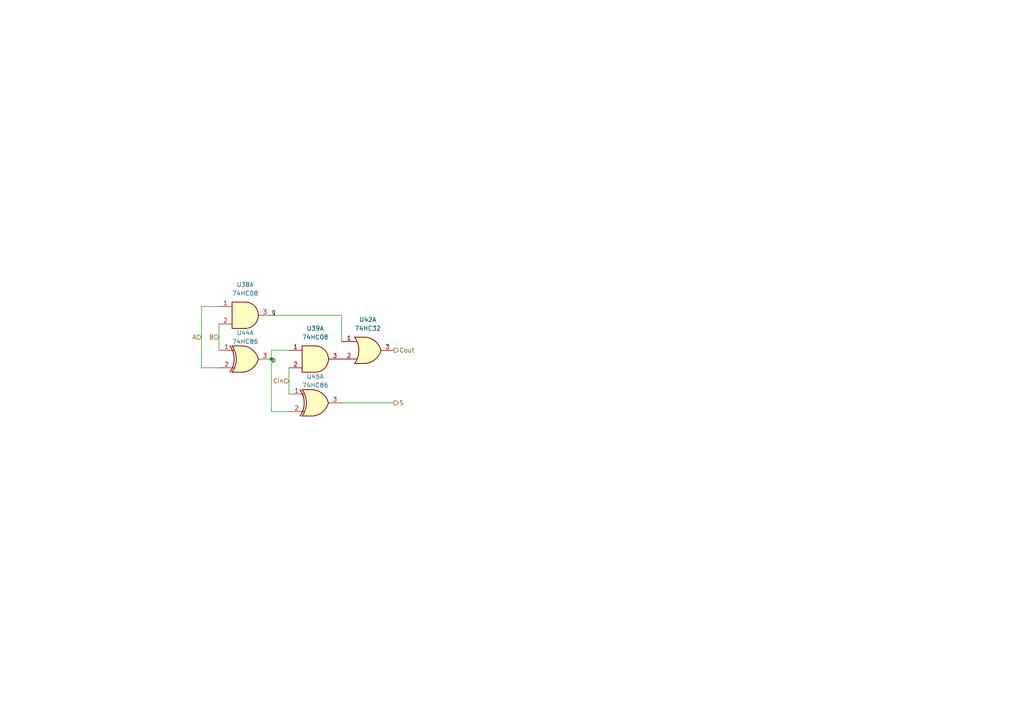
<source format=kicad_sch>
(kicad_sch (version 20230121) (generator eeschema)

  (uuid 021c2041-d9c9-42c3-afd1-6eb6e54bf9bc)

  (paper "A4")

  (lib_symbols
    (symbol "74xx:74HC86" (pin_names (offset 1.016)) (in_bom yes) (on_board yes)
      (property "Reference" "U" (at 0 1.27 0)
        (effects (font (size 1.27 1.27)))
      )
      (property "Value" "74HC86" (at 0 -1.27 0)
        (effects (font (size 1.27 1.27)))
      )
      (property "Footprint" "" (at 0 0 0)
        (effects (font (size 1.27 1.27)) hide)
      )
      (property "Datasheet" "http://www.ti.com/lit/gpn/sn74HC86" (at 0 0 0)
        (effects (font (size 1.27 1.27)) hide)
      )
      (property "ki_locked" "" (at 0 0 0)
        (effects (font (size 1.27 1.27)))
      )
      (property "ki_keywords" "TTL XOR2" (at 0 0 0)
        (effects (font (size 1.27 1.27)) hide)
      )
      (property "ki_description" "Quad 2-input XOR" (at 0 0 0)
        (effects (font (size 1.27 1.27)) hide)
      )
      (property "ki_fp_filters" "DIP*W7.62mm*" (at 0 0 0)
        (effects (font (size 1.27 1.27)) hide)
      )
      (symbol "74HC86_1_0"
        (arc (start -4.4196 -3.81) (mid -3.2033 0) (end -4.4196 3.81)
          (stroke (width 0.254) (type default))
          (fill (type none))
        )
        (arc (start -3.81 -3.81) (mid -2.589 0) (end -3.81 3.81)
          (stroke (width 0.254) (type default))
          (fill (type none))
        )
        (arc (start -0.6096 -3.81) (mid 2.1842 -2.5851) (end 3.81 0)
          (stroke (width 0.254) (type default))
          (fill (type background))
        )
        (polyline
          (pts
            (xy -3.81 -3.81)
            (xy -0.635 -3.81)
          )
          (stroke (width 0.254) (type default))
          (fill (type background))
        )
        (polyline
          (pts
            (xy -3.81 3.81)
            (xy -0.635 3.81)
          )
          (stroke (width 0.254) (type default))
          (fill (type background))
        )
        (polyline
          (pts
            (xy -0.635 3.81)
            (xy -3.81 3.81)
            (xy -3.81 3.81)
            (xy -3.556 3.4036)
            (xy -3.0226 2.2606)
            (xy -2.6924 1.0414)
            (xy -2.6162 -0.254)
            (xy -2.7686 -1.4986)
            (xy -3.175 -2.7178)
            (xy -3.81 -3.81)
            (xy -3.81 -3.81)
            (xy -0.635 -3.81)
          )
          (stroke (width -25.4) (type default))
          (fill (type background))
        )
        (arc (start 3.81 0) (mid 2.1915 2.5936) (end -0.6096 3.81)
          (stroke (width 0.254) (type default))
          (fill (type background))
        )
        (pin input line (at -7.62 2.54 0) (length 4.445)
          (name "~" (effects (font (size 1.27 1.27))))
          (number "1" (effects (font (size 1.27 1.27))))
        )
        (pin input line (at -7.62 -2.54 0) (length 4.445)
          (name "~" (effects (font (size 1.27 1.27))))
          (number "2" (effects (font (size 1.27 1.27))))
        )
        (pin output line (at 7.62 0 180) (length 3.81)
          (name "~" (effects (font (size 1.27 1.27))))
          (number "3" (effects (font (size 1.27 1.27))))
        )
      )
      (symbol "74HC86_1_1"
        (polyline
          (pts
            (xy -3.81 -2.54)
            (xy -3.175 -2.54)
          )
          (stroke (width 0.1524) (type default))
          (fill (type none))
        )
        (polyline
          (pts
            (xy -3.81 2.54)
            (xy -3.175 2.54)
          )
          (stroke (width 0.1524) (type default))
          (fill (type none))
        )
      )
      (symbol "74HC86_2_0"
        (arc (start -4.4196 -3.81) (mid -3.2033 0) (end -4.4196 3.81)
          (stroke (width 0.254) (type default))
          (fill (type none))
        )
        (arc (start -3.81 -3.81) (mid -2.589 0) (end -3.81 3.81)
          (stroke (width 0.254) (type default))
          (fill (type none))
        )
        (arc (start -0.6096 -3.81) (mid 2.1842 -2.5851) (end 3.81 0)
          (stroke (width 0.254) (type default))
          (fill (type background))
        )
        (polyline
          (pts
            (xy -3.81 -3.81)
            (xy -0.635 -3.81)
          )
          (stroke (width 0.254) (type default))
          (fill (type background))
        )
        (polyline
          (pts
            (xy -3.81 3.81)
            (xy -0.635 3.81)
          )
          (stroke (width 0.254) (type default))
          (fill (type background))
        )
        (polyline
          (pts
            (xy -0.635 3.81)
            (xy -3.81 3.81)
            (xy -3.81 3.81)
            (xy -3.556 3.4036)
            (xy -3.0226 2.2606)
            (xy -2.6924 1.0414)
            (xy -2.6162 -0.254)
            (xy -2.7686 -1.4986)
            (xy -3.175 -2.7178)
            (xy -3.81 -3.81)
            (xy -3.81 -3.81)
            (xy -0.635 -3.81)
          )
          (stroke (width -25.4) (type default))
          (fill (type background))
        )
        (arc (start 3.81 0) (mid 2.1915 2.5936) (end -0.6096 3.81)
          (stroke (width 0.254) (type default))
          (fill (type background))
        )
        (pin input line (at -7.62 2.54 0) (length 4.445)
          (name "~" (effects (font (size 1.27 1.27))))
          (number "4" (effects (font (size 1.27 1.27))))
        )
        (pin input line (at -7.62 -2.54 0) (length 4.445)
          (name "~" (effects (font (size 1.27 1.27))))
          (number "5" (effects (font (size 1.27 1.27))))
        )
        (pin output line (at 7.62 0 180) (length 3.81)
          (name "~" (effects (font (size 1.27 1.27))))
          (number "6" (effects (font (size 1.27 1.27))))
        )
      )
      (symbol "74HC86_2_1"
        (polyline
          (pts
            (xy -3.81 -2.54)
            (xy -3.175 -2.54)
          )
          (stroke (width 0.1524) (type default))
          (fill (type none))
        )
        (polyline
          (pts
            (xy -3.81 2.54)
            (xy -3.175 2.54)
          )
          (stroke (width 0.1524) (type default))
          (fill (type none))
        )
      )
      (symbol "74HC86_3_0"
        (arc (start -4.4196 -3.81) (mid -3.2033 0) (end -4.4196 3.81)
          (stroke (width 0.254) (type default))
          (fill (type none))
        )
        (arc (start -3.81 -3.81) (mid -2.589 0) (end -3.81 3.81)
          (stroke (width 0.254) (type default))
          (fill (type none))
        )
        (arc (start -0.6096 -3.81) (mid 2.1842 -2.5851) (end 3.81 0)
          (stroke (width 0.254) (type default))
          (fill (type background))
        )
        (polyline
          (pts
            (xy -3.81 -3.81)
            (xy -0.635 -3.81)
          )
          (stroke (width 0.254) (type default))
          (fill (type background))
        )
        (polyline
          (pts
            (xy -3.81 3.81)
            (xy -0.635 3.81)
          )
          (stroke (width 0.254) (type default))
          (fill (type background))
        )
        (polyline
          (pts
            (xy -0.635 3.81)
            (xy -3.81 3.81)
            (xy -3.81 3.81)
            (xy -3.556 3.4036)
            (xy -3.0226 2.2606)
            (xy -2.6924 1.0414)
            (xy -2.6162 -0.254)
            (xy -2.7686 -1.4986)
            (xy -3.175 -2.7178)
            (xy -3.81 -3.81)
            (xy -3.81 -3.81)
            (xy -0.635 -3.81)
          )
          (stroke (width -25.4) (type default))
          (fill (type background))
        )
        (arc (start 3.81 0) (mid 2.1915 2.5936) (end -0.6096 3.81)
          (stroke (width 0.254) (type default))
          (fill (type background))
        )
        (pin input line (at -7.62 -2.54 0) (length 4.445)
          (name "~" (effects (font (size 1.27 1.27))))
          (number "10" (effects (font (size 1.27 1.27))))
        )
        (pin output line (at 7.62 0 180) (length 3.81)
          (name "~" (effects (font (size 1.27 1.27))))
          (number "8" (effects (font (size 1.27 1.27))))
        )
        (pin input line (at -7.62 2.54 0) (length 4.445)
          (name "~" (effects (font (size 1.27 1.27))))
          (number "9" (effects (font (size 1.27 1.27))))
        )
      )
      (symbol "74HC86_3_1"
        (polyline
          (pts
            (xy -3.81 -2.54)
            (xy -3.175 -2.54)
          )
          (stroke (width 0.1524) (type default))
          (fill (type none))
        )
        (polyline
          (pts
            (xy -3.81 2.54)
            (xy -3.175 2.54)
          )
          (stroke (width 0.1524) (type default))
          (fill (type none))
        )
      )
      (symbol "74HC86_4_0"
        (arc (start -4.4196 -3.81) (mid -3.2033 0) (end -4.4196 3.81)
          (stroke (width 0.254) (type default))
          (fill (type none))
        )
        (arc (start -3.81 -3.81) (mid -2.589 0) (end -3.81 3.81)
          (stroke (width 0.254) (type default))
          (fill (type none))
        )
        (arc (start -0.6096 -3.81) (mid 2.1842 -2.5851) (end 3.81 0)
          (stroke (width 0.254) (type default))
          (fill (type background))
        )
        (polyline
          (pts
            (xy -3.81 -3.81)
            (xy -0.635 -3.81)
          )
          (stroke (width 0.254) (type default))
          (fill (type background))
        )
        (polyline
          (pts
            (xy -3.81 3.81)
            (xy -0.635 3.81)
          )
          (stroke (width 0.254) (type default))
          (fill (type background))
        )
        (polyline
          (pts
            (xy -0.635 3.81)
            (xy -3.81 3.81)
            (xy -3.81 3.81)
            (xy -3.556 3.4036)
            (xy -3.0226 2.2606)
            (xy -2.6924 1.0414)
            (xy -2.6162 -0.254)
            (xy -2.7686 -1.4986)
            (xy -3.175 -2.7178)
            (xy -3.81 -3.81)
            (xy -3.81 -3.81)
            (xy -0.635 -3.81)
          )
          (stroke (width -25.4) (type default))
          (fill (type background))
        )
        (arc (start 3.81 0) (mid 2.1915 2.5936) (end -0.6096 3.81)
          (stroke (width 0.254) (type default))
          (fill (type background))
        )
        (pin output line (at 7.62 0 180) (length 3.81)
          (name "~" (effects (font (size 1.27 1.27))))
          (number "11" (effects (font (size 1.27 1.27))))
        )
        (pin input line (at -7.62 2.54 0) (length 4.445)
          (name "~" (effects (font (size 1.27 1.27))))
          (number "12" (effects (font (size 1.27 1.27))))
        )
        (pin input line (at -7.62 -2.54 0) (length 4.445)
          (name "~" (effects (font (size 1.27 1.27))))
          (number "13" (effects (font (size 1.27 1.27))))
        )
      )
      (symbol "74HC86_4_1"
        (polyline
          (pts
            (xy -3.81 -2.54)
            (xy -3.175 -2.54)
          )
          (stroke (width 0.1524) (type default))
          (fill (type none))
        )
        (polyline
          (pts
            (xy -3.81 2.54)
            (xy -3.175 2.54)
          )
          (stroke (width 0.1524) (type default))
          (fill (type none))
        )
      )
      (symbol "74HC86_5_0"
        (pin power_in line (at 0 12.7 270) (length 5.08)
          (name "VCC" (effects (font (size 1.27 1.27))))
          (number "14" (effects (font (size 1.27 1.27))))
        )
        (pin power_in line (at 0 -12.7 90) (length 5.08)
          (name "GND" (effects (font (size 1.27 1.27))))
          (number "7" (effects (font (size 1.27 1.27))))
        )
      )
      (symbol "74HC86_5_1"
        (rectangle (start -5.08 7.62) (end 5.08 -7.62)
          (stroke (width 0.254) (type default))
          (fill (type background))
        )
      )
    )
    (symbol "Personal_Library:74HC08" (pin_names (offset 1.016)) (in_bom yes) (on_board yes)
      (property "Reference" "U" (at 0 1.27 0)
        (effects (font (size 1.27 1.27)))
      )
      (property "Value" "74HC08" (at 0 -1.27 0)
        (effects (font (size 1.27 1.27)))
      )
      (property "Footprint" "Package_DIP:DIP-14_W7.62mm_Socket" (at 0 -5.08 0)
        (effects (font (size 1.27 1.27)) hide)
      )
      (property "Datasheet" "https://www.ti.com/lit/ds/symlink/sn74hc08.pdf?ts=1696854162712" (at 0 -6.35 0)
        (effects (font (size 1.27 1.27)) hide)
      )
      (property "ki_locked" "" (at 0 0 0)
        (effects (font (size 1.27 1.27)))
      )
      (symbol "74HC08_1_1"
        (arc (start 0 -3.81) (mid 3.7934 0) (end 0 3.81)
          (stroke (width 0.254) (type default))
          (fill (type background))
        )
        (polyline
          (pts
            (xy 0 3.81)
            (xy -3.81 3.81)
            (xy -3.81 -3.81)
            (xy 0 -3.81)
          )
          (stroke (width 0.254) (type default))
          (fill (type background))
        )
        (pin input line (at -7.62 2.54 0) (length 3.81)
          (name "~" (effects (font (size 1.27 1.27))))
          (number "1" (effects (font (size 1.27 1.27))))
        )
        (pin input line (at -7.62 -2.54 0) (length 3.81)
          (name "~" (effects (font (size 1.27 1.27))))
          (number "2" (effects (font (size 1.27 1.27))))
        )
        (pin output line (at 7.62 0 180) (length 3.81)
          (name "~" (effects (font (size 1.27 1.27))))
          (number "3" (effects (font (size 1.27 1.27))))
        )
      )
      (symbol "74HC08_2_1"
        (arc (start 0 -3.81) (mid 3.7934 0) (end 0 3.81)
          (stroke (width 0.254) (type default))
          (fill (type background))
        )
        (polyline
          (pts
            (xy 0 3.81)
            (xy -3.81 3.81)
            (xy -3.81 -3.81)
            (xy 0 -3.81)
          )
          (stroke (width 0.254) (type default))
          (fill (type background))
        )
        (pin input line (at -7.62 2.54 0) (length 3.81)
          (name "~" (effects (font (size 1.27 1.27))))
          (number "4" (effects (font (size 1.27 1.27))))
        )
        (pin input line (at -7.62 -2.54 0) (length 3.81)
          (name "~" (effects (font (size 1.27 1.27))))
          (number "5" (effects (font (size 1.27 1.27))))
        )
        (pin output line (at 7.62 0 180) (length 3.81)
          (name "~" (effects (font (size 1.27 1.27))))
          (number "6" (effects (font (size 1.27 1.27))))
        )
      )
      (symbol "74HC08_3_1"
        (arc (start 0 -3.81) (mid 3.7934 0) (end 0 3.81)
          (stroke (width 0.254) (type default))
          (fill (type background))
        )
        (polyline
          (pts
            (xy 0 3.81)
            (xy -3.81 3.81)
            (xy -3.81 -3.81)
            (xy 0 -3.81)
          )
          (stroke (width 0.254) (type default))
          (fill (type background))
        )
        (pin output line (at 7.62 0 180) (length 3.81)
          (name "~" (effects (font (size 1.27 1.27))))
          (number "11" (effects (font (size 1.27 1.27))))
        )
        (pin input line (at -7.62 2.54 0) (length 3.81)
          (name "~" (effects (font (size 1.27 1.27))))
          (number "12" (effects (font (size 1.27 1.27))))
        )
        (pin input line (at -7.62 -2.54 0) (length 3.81)
          (name "~" (effects (font (size 1.27 1.27))))
          (number "13" (effects (font (size 1.27 1.27))))
        )
      )
      (symbol "74HC08_4_1"
        (arc (start 0 -3.81) (mid 3.7934 0) (end 0 3.81)
          (stroke (width 0.254) (type default))
          (fill (type background))
        )
        (polyline
          (pts
            (xy 0 3.81)
            (xy -3.81 3.81)
            (xy -3.81 -3.81)
            (xy 0 -3.81)
          )
          (stroke (width 0.254) (type default))
          (fill (type background))
        )
        (pin input line (at -7.62 -2.54 0) (length 3.81)
          (name "~" (effects (font (size 1.27 1.27))))
          (number "10" (effects (font (size 1.27 1.27))))
        )
        (pin output line (at 7.62 0 180) (length 3.81)
          (name "~" (effects (font (size 1.27 1.27))))
          (number "8" (effects (font (size 1.27 1.27))))
        )
        (pin input line (at -7.62 2.54 0) (length 3.81)
          (name "~" (effects (font (size 1.27 1.27))))
          (number "9" (effects (font (size 1.27 1.27))))
        )
      )
      (symbol "74HC08_5_0"
        (pin power_in line (at 0 12.7 270) (length 5.08)
          (name "VCC" (effects (font (size 1.27 1.27))))
          (number "14" (effects (font (size 1.27 1.27))))
        )
        (pin power_in line (at 0 -12.7 90) (length 5.08)
          (name "GND" (effects (font (size 1.27 1.27))))
          (number "7" (effects (font (size 1.27 1.27))))
        )
      )
      (symbol "74HC08_5_1"
        (rectangle (start -5.08 7.62) (end 5.08 -7.62)
          (stroke (width 0.254) (type default))
          (fill (type background))
        )
      )
    )
    (symbol "Personal_Library:74HC32" (pin_names (offset 1.016)) (in_bom yes) (on_board yes)
      (property "Reference" "U" (at 0 1.27 0)
        (effects (font (size 1.27 1.27)))
      )
      (property "Value" "74HC32" (at 0 -1.27 0)
        (effects (font (size 1.27 1.27)))
      )
      (property "Footprint" "Package_DIP:DIP-14_W7.62mm_Socket" (at 0 -5.08 0)
        (effects (font (size 1.27 1.27)) hide)
      )
      (property "Datasheet" "https://www.ti.com/lit/ds/symlink/sn54hc32.pdf?ts=1696838908111" (at 0 -6.35 0)
        (effects (font (size 1.27 1.27)) hide)
      )
      (property "ki_locked" "" (at 0 0 0)
        (effects (font (size 1.27 1.27)))
      )
      (property "ki_keywords" "TTL Or2" (at 0 0 0)
        (effects (font (size 1.27 1.27)) hide)
      )
      (property "ki_description" "Quad 2-input OR" (at 0 0 0)
        (effects (font (size 1.27 1.27)) hide)
      )
      (property "ki_fp_filters" "DIP?14*" (at 0 0 0)
        (effects (font (size 1.27 1.27)) hide)
      )
      (symbol "74HC32_1_1"
        (arc (start -3.81 -3.81) (mid -2.589 0) (end -3.81 3.81)
          (stroke (width 0.254) (type default))
          (fill (type none))
        )
        (arc (start -0.6096 -3.81) (mid 2.1842 -2.5851) (end 3.81 0)
          (stroke (width 0.254) (type default))
          (fill (type background))
        )
        (polyline
          (pts
            (xy -3.81 -3.81)
            (xy -0.635 -3.81)
          )
          (stroke (width 0.254) (type default))
          (fill (type background))
        )
        (polyline
          (pts
            (xy -3.81 3.81)
            (xy -0.635 3.81)
          )
          (stroke (width 0.254) (type default))
          (fill (type background))
        )
        (polyline
          (pts
            (xy -0.635 3.81)
            (xy -3.81 3.81)
            (xy -3.81 3.81)
            (xy -3.556 3.4036)
            (xy -3.0226 2.2606)
            (xy -2.6924 1.0414)
            (xy -2.6162 -0.254)
            (xy -2.7686 -1.4986)
            (xy -3.175 -2.7178)
            (xy -3.81 -3.81)
            (xy -3.81 -3.81)
            (xy -0.635 -3.81)
          )
          (stroke (width -25.4) (type default))
          (fill (type background))
        )
        (arc (start 3.81 0) (mid 2.1915 2.5936) (end -0.6096 3.81)
          (stroke (width 0.254) (type default))
          (fill (type background))
        )
        (pin input line (at -7.62 2.54 0) (length 4.318)
          (name "~" (effects (font (size 1.27 1.27))))
          (number "1" (effects (font (size 1.27 1.27))))
        )
        (pin input line (at -7.62 -2.54 0) (length 4.318)
          (name "~" (effects (font (size 1.27 1.27))))
          (number "2" (effects (font (size 1.27 1.27))))
        )
        (pin output line (at 7.62 0 180) (length 3.81)
          (name "~" (effects (font (size 1.27 1.27))))
          (number "3" (effects (font (size 1.27 1.27))))
        )
      )
      (symbol "74HC32_1_2"
        (arc (start 0 -3.81) (mid 3.7934 0) (end 0 3.81)
          (stroke (width 0.254) (type default))
          (fill (type background))
        )
        (polyline
          (pts
            (xy 0 3.81)
            (xy -3.81 3.81)
            (xy -3.81 -3.81)
            (xy 0 -3.81)
          )
          (stroke (width 0.254) (type default))
          (fill (type background))
        )
        (pin input inverted (at -7.62 2.54 0) (length 3.81)
          (name "~" (effects (font (size 1.27 1.27))))
          (number "1" (effects (font (size 1.27 1.27))))
        )
        (pin input inverted (at -7.62 -2.54 0) (length 3.81)
          (name "~" (effects (font (size 1.27 1.27))))
          (number "2" (effects (font (size 1.27 1.27))))
        )
        (pin output inverted (at 7.62 0 180) (length 3.81)
          (name "~" (effects (font (size 1.27 1.27))))
          (number "3" (effects (font (size 1.27 1.27))))
        )
      )
      (symbol "74HC32_2_1"
        (arc (start -3.81 -3.81) (mid -2.589 0) (end -3.81 3.81)
          (stroke (width 0.254) (type default))
          (fill (type none))
        )
        (arc (start -0.6096 -3.81) (mid 2.1842 -2.5851) (end 3.81 0)
          (stroke (width 0.254) (type default))
          (fill (type background))
        )
        (polyline
          (pts
            (xy -3.81 -3.81)
            (xy -0.635 -3.81)
          )
          (stroke (width 0.254) (type default))
          (fill (type background))
        )
        (polyline
          (pts
            (xy -3.81 3.81)
            (xy -0.635 3.81)
          )
          (stroke (width 0.254) (type default))
          (fill (type background))
        )
        (polyline
          (pts
            (xy -0.635 3.81)
            (xy -3.81 3.81)
            (xy -3.81 3.81)
            (xy -3.556 3.4036)
            (xy -3.0226 2.2606)
            (xy -2.6924 1.0414)
            (xy -2.6162 -0.254)
            (xy -2.7686 -1.4986)
            (xy -3.175 -2.7178)
            (xy -3.81 -3.81)
            (xy -3.81 -3.81)
            (xy -0.635 -3.81)
          )
          (stroke (width -25.4) (type default))
          (fill (type background))
        )
        (arc (start 3.81 0) (mid 2.1915 2.5936) (end -0.6096 3.81)
          (stroke (width 0.254) (type default))
          (fill (type background))
        )
        (pin input line (at -7.62 2.54 0) (length 4.318)
          (name "~" (effects (font (size 1.27 1.27))))
          (number "4" (effects (font (size 1.27 1.27))))
        )
        (pin input line (at -7.62 -2.54 0) (length 4.318)
          (name "~" (effects (font (size 1.27 1.27))))
          (number "5" (effects (font (size 1.27 1.27))))
        )
        (pin output line (at 7.62 0 180) (length 3.81)
          (name "~" (effects (font (size 1.27 1.27))))
          (number "6" (effects (font (size 1.27 1.27))))
        )
      )
      (symbol "74HC32_2_2"
        (arc (start 0 -3.81) (mid 3.7934 0) (end 0 3.81)
          (stroke (width 0.254) (type default))
          (fill (type background))
        )
        (polyline
          (pts
            (xy 0 3.81)
            (xy -3.81 3.81)
            (xy -3.81 -3.81)
            (xy 0 -3.81)
          )
          (stroke (width 0.254) (type default))
          (fill (type background))
        )
        (pin input inverted (at -7.62 2.54 0) (length 3.81)
          (name "~" (effects (font (size 1.27 1.27))))
          (number "4" (effects (font (size 1.27 1.27))))
        )
        (pin input inverted (at -7.62 -2.54 0) (length 3.81)
          (name "~" (effects (font (size 1.27 1.27))))
          (number "5" (effects (font (size 1.27 1.27))))
        )
        (pin output inverted (at 7.62 0 180) (length 3.81)
          (name "~" (effects (font (size 1.27 1.27))))
          (number "6" (effects (font (size 1.27 1.27))))
        )
      )
      (symbol "74HC32_3_1"
        (arc (start -3.81 -3.81) (mid -2.589 0) (end -3.81 3.81)
          (stroke (width 0.254) (type default))
          (fill (type none))
        )
        (arc (start -0.6096 -3.81) (mid 2.1842 -2.5851) (end 3.81 0)
          (stroke (width 0.254) (type default))
          (fill (type background))
        )
        (polyline
          (pts
            (xy -3.81 -3.81)
            (xy -0.635 -3.81)
          )
          (stroke (width 0.254) (type default))
          (fill (type background))
        )
        (polyline
          (pts
            (xy -3.81 3.81)
            (xy -0.635 3.81)
          )
          (stroke (width 0.254) (type default))
          (fill (type background))
        )
        (polyline
          (pts
            (xy -0.635 3.81)
            (xy -3.81 3.81)
            (xy -3.81 3.81)
            (xy -3.556 3.4036)
            (xy -3.0226 2.2606)
            (xy -2.6924 1.0414)
            (xy -2.6162 -0.254)
            (xy -2.7686 -1.4986)
            (xy -3.175 -2.7178)
            (xy -3.81 -3.81)
            (xy -3.81 -3.81)
            (xy -0.635 -3.81)
          )
          (stroke (width -25.4) (type default))
          (fill (type background))
        )
        (arc (start 3.81 0) (mid 2.1915 2.5936) (end -0.6096 3.81)
          (stroke (width 0.254) (type default))
          (fill (type background))
        )
        (pin input line (at -7.62 -2.54 0) (length 4.318)
          (name "~" (effects (font (size 1.27 1.27))))
          (number "10" (effects (font (size 1.27 1.27))))
        )
        (pin output line (at 7.62 0 180) (length 3.81)
          (name "~" (effects (font (size 1.27 1.27))))
          (number "8" (effects (font (size 1.27 1.27))))
        )
        (pin input line (at -7.62 2.54 0) (length 4.318)
          (name "~" (effects (font (size 1.27 1.27))))
          (number "9" (effects (font (size 1.27 1.27))))
        )
      )
      (symbol "74HC32_3_2"
        (arc (start 0 -3.81) (mid 3.7934 0) (end 0 3.81)
          (stroke (width 0.254) (type default))
          (fill (type background))
        )
        (polyline
          (pts
            (xy 0 3.81)
            (xy -3.81 3.81)
            (xy -3.81 -3.81)
            (xy 0 -3.81)
          )
          (stroke (width 0.254) (type default))
          (fill (type background))
        )
        (pin input inverted (at -7.62 -2.54 0) (length 3.81)
          (name "~" (effects (font (size 1.27 1.27))))
          (number "10" (effects (font (size 1.27 1.27))))
        )
        (pin output inverted (at 7.62 0 180) (length 3.81)
          (name "~" (effects (font (size 1.27 1.27))))
          (number "8" (effects (font (size 1.27 1.27))))
        )
        (pin input inverted (at -7.62 2.54 0) (length 3.81)
          (name "~" (effects (font (size 1.27 1.27))))
          (number "9" (effects (font (size 1.27 1.27))))
        )
      )
      (symbol "74HC32_4_1"
        (arc (start -3.81 -3.81) (mid -2.589 0) (end -3.81 3.81)
          (stroke (width 0.254) (type default))
          (fill (type none))
        )
        (arc (start -0.6096 -3.81) (mid 2.1842 -2.5851) (end 3.81 0)
          (stroke (width 0.254) (type default))
          (fill (type background))
        )
        (polyline
          (pts
            (xy -3.81 -3.81)
            (xy -0.635 -3.81)
          )
          (stroke (width 0.254) (type default))
          (fill (type background))
        )
        (polyline
          (pts
            (xy -3.81 3.81)
            (xy -0.635 3.81)
          )
          (stroke (width 0.254) (type default))
          (fill (type background))
        )
        (polyline
          (pts
            (xy -0.635 3.81)
            (xy -3.81 3.81)
            (xy -3.81 3.81)
            (xy -3.556 3.4036)
            (xy -3.0226 2.2606)
            (xy -2.6924 1.0414)
            (xy -2.6162 -0.254)
            (xy -2.7686 -1.4986)
            (xy -3.175 -2.7178)
            (xy -3.81 -3.81)
            (xy -3.81 -3.81)
            (xy -0.635 -3.81)
          )
          (stroke (width -25.4) (type default))
          (fill (type background))
        )
        (arc (start 3.81 0) (mid 2.1915 2.5936) (end -0.6096 3.81)
          (stroke (width 0.254) (type default))
          (fill (type background))
        )
        (pin output line (at 7.62 0 180) (length 3.81)
          (name "~" (effects (font (size 1.27 1.27))))
          (number "11" (effects (font (size 1.27 1.27))))
        )
        (pin input line (at -7.62 2.54 0) (length 4.318)
          (name "~" (effects (font (size 1.27 1.27))))
          (number "12" (effects (font (size 1.27 1.27))))
        )
        (pin input line (at -7.62 -2.54 0) (length 4.318)
          (name "~" (effects (font (size 1.27 1.27))))
          (number "13" (effects (font (size 1.27 1.27))))
        )
      )
      (symbol "74HC32_4_2"
        (arc (start 0 -3.81) (mid 3.7934 0) (end 0 3.81)
          (stroke (width 0.254) (type default))
          (fill (type background))
        )
        (polyline
          (pts
            (xy 0 3.81)
            (xy -3.81 3.81)
            (xy -3.81 -3.81)
            (xy 0 -3.81)
          )
          (stroke (width 0.254) (type default))
          (fill (type background))
        )
        (pin output inverted (at 7.62 0 180) (length 3.81)
          (name "~" (effects (font (size 1.27 1.27))))
          (number "11" (effects (font (size 1.27 1.27))))
        )
        (pin input inverted (at -7.62 2.54 0) (length 3.81)
          (name "~" (effects (font (size 1.27 1.27))))
          (number "12" (effects (font (size 1.27 1.27))))
        )
        (pin input inverted (at -7.62 -2.54 0) (length 3.81)
          (name "~" (effects (font (size 1.27 1.27))))
          (number "13" (effects (font (size 1.27 1.27))))
        )
      )
      (symbol "74HC32_5_0"
        (pin power_in line (at 0 12.7 270) (length 5.08)
          (name "VCC" (effects (font (size 1.27 1.27))))
          (number "14" (effects (font (size 1.27 1.27))))
        )
        (pin power_in line (at 0 -12.7 90) (length 5.08)
          (name "GND" (effects (font (size 1.27 1.27))))
          (number "7" (effects (font (size 1.27 1.27))))
        )
      )
      (symbol "74HC32_5_1"
        (rectangle (start -5.08 7.62) (end 5.08 -7.62)
          (stroke (width 0.254) (type default))
          (fill (type background))
        )
      )
    )
  )

  (junction (at 78.74 104.14) (diameter 0) (color 0 0 0 0)
    (uuid 9c97c7a9-70cf-4f27-b63b-474f295d3062)
  )

  (wire (pts (xy 58.42 88.9) (xy 63.5 88.9))
    (stroke (width 0) (type default))
    (uuid 3c1711d8-79c1-47bf-8e91-1ed6746542e1)
  )
  (wire (pts (xy 63.5 93.98) (xy 63.5 101.6))
    (stroke (width 0) (type default))
    (uuid 4c59ca74-b716-426c-8ab3-149a03605648)
  )
  (wire (pts (xy 99.06 116.84) (xy 114.3 116.84))
    (stroke (width 0) (type default))
    (uuid 6ee8fb1a-83a8-47e7-a50e-8539ff8d8fdc)
  )
  (wire (pts (xy 58.42 88.9) (xy 58.42 106.68))
    (stroke (width 0) (type default))
    (uuid 83d565d7-daef-4946-ad09-b3ef0fa233d2)
  )
  (wire (pts (xy 78.74 101.6) (xy 83.82 101.6))
    (stroke (width 0) (type default))
    (uuid 90881bce-6bd0-4976-969f-40d71e28d0a1)
  )
  (wire (pts (xy 99.06 91.44) (xy 99.06 99.06))
    (stroke (width 0) (type default))
    (uuid aadcf2a7-3e80-4710-9696-8f105c381f6e)
  )
  (wire (pts (xy 78.74 101.6) (xy 78.74 104.14))
    (stroke (width 0) (type default))
    (uuid bd683319-f726-4c17-835c-04a4d1d4d69f)
  )
  (wire (pts (xy 78.74 104.14) (xy 78.74 119.38))
    (stroke (width 0) (type default))
    (uuid d00d9f65-0744-46df-9c38-2b5e17223c6c)
  )
  (wire (pts (xy 78.74 119.38) (xy 83.82 119.38))
    (stroke (width 0) (type default))
    (uuid e2121a17-e3d6-43a9-86c5-edc9d5af4603)
  )
  (wire (pts (xy 78.74 91.44) (xy 99.06 91.44))
    (stroke (width 0) (type default))
    (uuid f3145753-d875-4b0b-9df2-05cd459c78ba)
  )
  (wire (pts (xy 63.5 106.68) (xy 58.42 106.68))
    (stroke (width 0) (type default))
    (uuid f6ae4a59-fc09-4d43-a70c-23a53b8b36da)
  )
  (wire (pts (xy 83.82 106.68) (xy 83.82 114.3))
    (stroke (width 0) (type default))
    (uuid f7ec0c23-e705-4027-9481-6c71beeb63aa)
  )

  (label "g" (at 78.74 91.44 0) (fields_autoplaced)
    (effects (font (size 1.27 1.27)) (justify left bottom))
    (uuid 6a9562d6-311b-4198-a84b-ce8a4db8e3a1)
  )
  (label "p" (at 78.74 105.41 0) (fields_autoplaced)
    (effects (font (size 1.27 1.27)) (justify left bottom))
    (uuid aaaaa490-f235-4b06-b8d3-34e0cb8cda80)
  )

  (hierarchical_label "A" (shape input) (at 58.42 97.79 180) (fields_autoplaced)
    (effects (font (size 1.27 1.27)) (justify right))
    (uuid 2823371f-1bc3-423f-b49c-84173c07e1b2)
  )
  (hierarchical_label "Cin" (shape input) (at 83.82 110.49 180) (fields_autoplaced)
    (effects (font (size 1.27 1.27)) (justify right))
    (uuid 2cdc2b7b-da91-48f9-845f-53829e0b1a79)
  )
  (hierarchical_label "Cout" (shape output) (at 114.3 101.6 0) (fields_autoplaced)
    (effects (font (size 1.27 1.27)) (justify left))
    (uuid 8167614b-a764-4824-90d1-b391e7777d08)
  )
  (hierarchical_label "B" (shape input) (at 63.5 97.79 180) (fields_autoplaced)
    (effects (font (size 1.27 1.27)) (justify right))
    (uuid 905900ef-6992-4a42-bf1c-b2d022169617)
  )
  (hierarchical_label "S" (shape output) (at 114.3 116.84 0) (fields_autoplaced)
    (effects (font (size 1.27 1.27)) (justify left))
    (uuid d98c2e02-a5c6-4240-a8f2-de406fc354eb)
  )

  (symbol (lib_id "Personal_Library:74HC08") (at 71.12 91.44 0) (unit 1)
    (in_bom yes) (on_board yes) (dnp no) (fields_autoplaced)
    (uuid 05bd11ca-07bc-4894-a39f-8cdbe6b016dd)
    (property "Reference" "U38" (at 71.1117 82.55 0)
      (effects (font (size 1.27 1.27)))
    )
    (property "Value" "74HC08" (at 71.1117 85.09 0)
      (effects (font (size 1.27 1.27)))
    )
    (property "Footprint" "Package_DIP:DIP-14_W7.62mm_Socket" (at 71.12 96.52 0)
      (effects (font (size 1.27 1.27)) hide)
    )
    (property "Datasheet" "https://www.ti.com/lit/ds/symlink/sn74hc08.pdf?ts=1696854162712" (at 71.12 97.79 0)
      (effects (font (size 1.27 1.27)) hide)
    )
    (pin "1" (uuid 9cb107d5-5e2a-4814-bf4f-4a31858646de))
    (pin "2" (uuid 0859af43-47f0-4090-8940-51944cf33e84))
    (pin "3" (uuid 840d0802-baae-4d66-8378-22f72c395322))
    (pin "4" (uuid 29e359d1-4550-4f3d-9a58-c90a636569b8))
    (pin "5" (uuid dd74286f-625d-4ba3-9036-d5609d2d39fc))
    (pin "6" (uuid c38a915b-f0f7-4946-a905-deea785ee3bb))
    (pin "11" (uuid b276c25c-6116-4704-902c-e0055318a305))
    (pin "12" (uuid da0f0db8-9cf4-4d87-90a9-d99501166a77))
    (pin "13" (uuid 92e93858-5850-46af-b02d-103f0491f233))
    (pin "10" (uuid 3d400065-73ba-4b60-b58b-b1385d80a725))
    (pin "8" (uuid 91675262-b10b-4bad-8491-3bf844cbc9bf))
    (pin "9" (uuid 494014f5-edb4-400e-9ecf-bf88019183b6))
    (pin "14" (uuid 48df2a86-cf42-4451-bbbb-d033e2d46441))
    (pin "7" (uuid 8190487b-7fd0-4e5b-a8b2-8bf4a4b12951))
    (instances
      (project "ALU"
        (path "/c7042fcd-0b8a-40b2-acdb-0a382389991a/daf132a1-6cb2-459f-bfbd-5005f2912cee/ed292d32-05c1-431b-a9de-097d6b4e95c5"
          (reference "U38") (unit 1)
        )
        (path "/c7042fcd-0b8a-40b2-acdb-0a382389991a/daf132a1-6cb2-459f-bfbd-5005f2912cee/ab79e553-0a51-4dd6-8daf-ec9c9da7795b"
          (reference "U38") (unit 4)
        )
        (path "/c7042fcd-0b8a-40b2-acdb-0a382389991a/daf132a1-6cb2-459f-bfbd-5005f2912cee/dee73c06-fc9e-422e-b25d-7c1b6035358d"
          (reference "U38") (unit 2)
        )
        (path "/c7042fcd-0b8a-40b2-acdb-0a382389991a/daf132a1-6cb2-459f-bfbd-5005f2912cee/58793670-cf5b-4e76-8b85-d4ab84a37a28"
          (reference "U38") (unit 3)
        )
        (path "/c7042fcd-0b8a-40b2-acdb-0a382389991a/daf132a1-6cb2-459f-bfbd-5005f2912cee/d1e522fe-b06f-4f0d-8ee3-76cdc133692a"
          (reference "U41") (unit 4)
        )
        (path "/c7042fcd-0b8a-40b2-acdb-0a382389991a/daf132a1-6cb2-459f-bfbd-5005f2912cee/6162d690-d8d1-4500-b33a-644419683e69"
          (reference "U41") (unit 2)
        )
        (path "/c7042fcd-0b8a-40b2-acdb-0a382389991a/daf132a1-6cb2-459f-bfbd-5005f2912cee/56f71c6c-2890-4bd3-97bc-9fe60e8f17fa"
          (reference "U41") (unit 1)
        )
        (path "/c7042fcd-0b8a-40b2-acdb-0a382389991a/daf132a1-6cb2-459f-bfbd-5005f2912cee/21b64040-bfaf-43d5-a9b9-130029d5b20e"
          (reference "U41") (unit 3)
        )
      )
    )
  )

  (symbol (lib_id "Personal_Library:74HC32") (at 106.68 101.6 0) (unit 1)
    (in_bom yes) (on_board yes) (dnp no) (fields_autoplaced)
    (uuid 224febb7-97a4-41e2-a604-a051a59542e8)
    (property "Reference" "U42" (at 106.68 92.71 0)
      (effects (font (size 1.27 1.27)))
    )
    (property "Value" "74HC32" (at 106.68 95.25 0)
      (effects (font (size 1.27 1.27)))
    )
    (property "Footprint" "Package_DIP:DIP-14_W7.62mm_Socket" (at 106.68 106.68 0)
      (effects (font (size 1.27 1.27)) hide)
    )
    (property "Datasheet" "https://www.ti.com/lit/ds/symlink/sn54hc32.pdf?ts=1696838908111" (at 106.68 107.95 0)
      (effects (font (size 1.27 1.27)) hide)
    )
    (pin "1" (uuid 3521ecd9-c92a-4c96-84b8-b3277ecefe21))
    (pin "2" (uuid b0eb9493-b7ec-4d7c-bc72-e548a6c3fe67))
    (pin "3" (uuid 8c907f6d-3f25-43da-81c7-a1afbf00d8dd))
    (pin "4" (uuid 5e8a83c9-b471-4f65-b843-9a38a465c7ab))
    (pin "5" (uuid 81b7b27b-6efe-49db-954c-fffb32e61c64))
    (pin "6" (uuid 0ce5d268-97b6-40f5-bfdc-f67dd41c9c3a))
    (pin "10" (uuid 5d9f99c8-8c6c-405d-8043-9f566f457fc1))
    (pin "8" (uuid c9a0d3a8-c276-4c26-8fa0-1f038e416855))
    (pin "9" (uuid 2e1d8026-ab28-4231-bc7c-8c9a49fb0cef))
    (pin "11" (uuid 48d3ea36-a0e1-4b61-817c-5f6c613e9014))
    (pin "12" (uuid b8bb7118-6b05-4337-8003-e29cbb889bf0))
    (pin "13" (uuid a6f8e25c-32b8-4923-a8cd-6fb37213c9d2))
    (pin "14" (uuid 7229e3c9-23f1-457a-9b53-03002bc96dbe))
    (pin "7" (uuid 7449ab5e-7a91-4acd-a1ef-d1e7d0ccc042))
    (instances
      (project "ALU"
        (path "/c7042fcd-0b8a-40b2-acdb-0a382389991a/daf132a1-6cb2-459f-bfbd-5005f2912cee/ed292d32-05c1-431b-a9de-097d6b4e95c5"
          (reference "U42") (unit 1)
        )
        (path "/c7042fcd-0b8a-40b2-acdb-0a382389991a/daf132a1-6cb2-459f-bfbd-5005f2912cee/ab79e553-0a51-4dd6-8daf-ec9c9da7795b"
          (reference "U42") (unit 4)
        )
        (path "/c7042fcd-0b8a-40b2-acdb-0a382389991a/daf132a1-6cb2-459f-bfbd-5005f2912cee/dee73c06-fc9e-422e-b25d-7c1b6035358d"
          (reference "U42") (unit 2)
        )
        (path "/c7042fcd-0b8a-40b2-acdb-0a382389991a/daf132a1-6cb2-459f-bfbd-5005f2912cee/58793670-cf5b-4e76-8b85-d4ab84a37a28"
          (reference "U42") (unit 3)
        )
        (path "/c7042fcd-0b8a-40b2-acdb-0a382389991a/daf132a1-6cb2-459f-bfbd-5005f2912cee/d1e522fe-b06f-4f0d-8ee3-76cdc133692a"
          (reference "U43") (unit 4)
        )
        (path "/c7042fcd-0b8a-40b2-acdb-0a382389991a/daf132a1-6cb2-459f-bfbd-5005f2912cee/6162d690-d8d1-4500-b33a-644419683e69"
          (reference "U43") (unit 2)
        )
        (path "/c7042fcd-0b8a-40b2-acdb-0a382389991a/daf132a1-6cb2-459f-bfbd-5005f2912cee/56f71c6c-2890-4bd3-97bc-9fe60e8f17fa"
          (reference "U43") (unit 1)
        )
        (path "/c7042fcd-0b8a-40b2-acdb-0a382389991a/daf132a1-6cb2-459f-bfbd-5005f2912cee/21b64040-bfaf-43d5-a9b9-130029d5b20e"
          (reference "U43") (unit 3)
        )
      )
    )
  )

  (symbol (lib_id "Personal_Library:74HC08") (at 91.44 104.14 0) (unit 1)
    (in_bom yes) (on_board yes) (dnp no) (fields_autoplaced)
    (uuid 644a82ae-1bdb-415c-ab42-8fac36dea815)
    (property "Reference" "U39" (at 91.4317 95.25 0)
      (effects (font (size 1.27 1.27)))
    )
    (property "Value" "74HC08" (at 91.4317 97.79 0)
      (effects (font (size 1.27 1.27)))
    )
    (property "Footprint" "Package_DIP:DIP-14_W7.62mm_Socket" (at 91.44 109.22 0)
      (effects (font (size 1.27 1.27)) hide)
    )
    (property "Datasheet" "https://www.ti.com/lit/ds/symlink/sn74hc08.pdf?ts=1696854162712" (at 91.44 110.49 0)
      (effects (font (size 1.27 1.27)) hide)
    )
    (pin "1" (uuid 5cebb23b-8151-4f57-a0aa-284740a9cbeb))
    (pin "2" (uuid 3bbbf363-04ed-494f-94d5-2d9410517649))
    (pin "3" (uuid 20a7b512-9a22-43bf-92cb-d6d2df5cd07d))
    (pin "4" (uuid 7c2f86e7-7c80-43df-ab89-c1b678095e83))
    (pin "5" (uuid 0809b64c-80bf-45d8-b5ec-0e2c38cd5b05))
    (pin "6" (uuid 3f4b954f-18b7-47a5-a08a-6e7671d18c46))
    (pin "11" (uuid b3b8087b-be01-455a-bdc7-0864c9805e97))
    (pin "12" (uuid ae52c352-77ec-4582-a75e-648039463846))
    (pin "13" (uuid 9d1425fb-d7b3-4799-8ce5-fa3e4d68d51c))
    (pin "10" (uuid d74b4b55-5362-4469-8cc5-14599913befd))
    (pin "8" (uuid 2c41a370-6086-429b-8536-45ec904353c2))
    (pin "9" (uuid 2b7909a7-ba0b-4ce1-a25d-bcbd2eea77ab))
    (pin "14" (uuid f805c97d-2a0e-40c3-8b34-50b25ff1253d))
    (pin "7" (uuid c9002ea0-3cac-4eb7-86c7-686ea62f2654))
    (instances
      (project "ALU"
        (path "/c7042fcd-0b8a-40b2-acdb-0a382389991a/daf132a1-6cb2-459f-bfbd-5005f2912cee/ed292d32-05c1-431b-a9de-097d6b4e95c5"
          (reference "U39") (unit 1)
        )
        (path "/c7042fcd-0b8a-40b2-acdb-0a382389991a/daf132a1-6cb2-459f-bfbd-5005f2912cee/ab79e553-0a51-4dd6-8daf-ec9c9da7795b"
          (reference "U39") (unit 4)
        )
        (path "/c7042fcd-0b8a-40b2-acdb-0a382389991a/daf132a1-6cb2-459f-bfbd-5005f2912cee/dee73c06-fc9e-422e-b25d-7c1b6035358d"
          (reference "U39") (unit 2)
        )
        (path "/c7042fcd-0b8a-40b2-acdb-0a382389991a/daf132a1-6cb2-459f-bfbd-5005f2912cee/58793670-cf5b-4e76-8b85-d4ab84a37a28"
          (reference "U39") (unit 3)
        )
        (path "/c7042fcd-0b8a-40b2-acdb-0a382389991a/daf132a1-6cb2-459f-bfbd-5005f2912cee/d1e522fe-b06f-4f0d-8ee3-76cdc133692a"
          (reference "U49") (unit 4)
        )
        (path "/c7042fcd-0b8a-40b2-acdb-0a382389991a/daf132a1-6cb2-459f-bfbd-5005f2912cee/6162d690-d8d1-4500-b33a-644419683e69"
          (reference "U49") (unit 2)
        )
        (path "/c7042fcd-0b8a-40b2-acdb-0a382389991a/daf132a1-6cb2-459f-bfbd-5005f2912cee/56f71c6c-2890-4bd3-97bc-9fe60e8f17fa"
          (reference "U49") (unit 1)
        )
        (path "/c7042fcd-0b8a-40b2-acdb-0a382389991a/daf132a1-6cb2-459f-bfbd-5005f2912cee/21b64040-bfaf-43d5-a9b9-130029d5b20e"
          (reference "U49") (unit 3)
        )
      )
    )
  )

  (symbol (lib_id "74xx:74HC86") (at 71.12 104.14 0) (unit 1)
    (in_bom yes) (on_board yes) (dnp no)
    (uuid 7d5cdb64-f99b-4317-829b-d0d102dd9f9c)
    (property "Reference" "U44" (at 71.12 96.52 0)
      (effects (font (size 1.27 1.27)))
    )
    (property "Value" "74HC86" (at 71.12 99.06 0)
      (effects (font (size 1.27 1.27)))
    )
    (property "Footprint" "Package_DIP:DIP-14_W7.62mm_Socket" (at 71.12 104.14 0)
      (effects (font (size 1.27 1.27)) hide)
    )
    (property "Datasheet" "http://www.ti.com/lit/gpn/sn74HC86" (at 71.12 104.14 0)
      (effects (font (size 1.27 1.27)) hide)
    )
    (pin "1" (uuid 212827c5-a30d-4d6f-a734-6a27a59ea375))
    (pin "2" (uuid 6be2e503-667b-4fd2-ac42-8378a2754b37))
    (pin "3" (uuid 0aeb760b-4b27-4619-a0f4-12403767a841))
    (pin "4" (uuid 4cb78458-7588-4d60-9161-dbfff138d3a2))
    (pin "5" (uuid 24c92f37-1054-4cc9-8a3d-ff40c1757a21))
    (pin "6" (uuid 6f6ba7ef-769d-45ee-a3ea-af57ea527d58))
    (pin "10" (uuid 755523fe-b877-4e6d-9b5b-af0a952665a3))
    (pin "8" (uuid 921764c3-9513-43a3-9f63-1448e7f5ac32))
    (pin "9" (uuid 1fbd0ce0-bcae-44be-a787-d0d100745f2e))
    (pin "11" (uuid 672a37bc-6488-4c97-aeab-ac91de046ab7))
    (pin "12" (uuid c3eded5d-adf9-49b8-a3c4-4ba0b7186ed8))
    (pin "13" (uuid 497a35bf-e6b7-41c9-a8e6-c4faa72ed9c9))
    (pin "14" (uuid 55804b7d-e8be-4c1c-916e-2b81221ea354))
    (pin "7" (uuid c935ded8-2459-40cb-9cb2-3cd64e2fc3dc))
    (instances
      (project "ALU"
        (path "/c7042fcd-0b8a-40b2-acdb-0a382389991a/daf132a1-6cb2-459f-bfbd-5005f2912cee/ed292d32-05c1-431b-a9de-097d6b4e95c5"
          (reference "U44") (unit 1)
        )
        (path "/c7042fcd-0b8a-40b2-acdb-0a382389991a/daf132a1-6cb2-459f-bfbd-5005f2912cee/dee73c06-fc9e-422e-b25d-7c1b6035358d"
          (reference "U44") (unit 2)
        )
        (path "/c7042fcd-0b8a-40b2-acdb-0a382389991a/daf132a1-6cb2-459f-bfbd-5005f2912cee/58793670-cf5b-4e76-8b85-d4ab84a37a28"
          (reference "U44") (unit 3)
        )
        (path "/c7042fcd-0b8a-40b2-acdb-0a382389991a/daf132a1-6cb2-459f-bfbd-5005f2912cee/ab79e553-0a51-4dd6-8daf-ec9c9da7795b"
          (reference "U44") (unit 4)
        )
        (path "/c7042fcd-0b8a-40b2-acdb-0a382389991a/daf132a1-6cb2-459f-bfbd-5005f2912cee/56f71c6c-2890-4bd3-97bc-9fe60e8f17fa"
          (reference "U46") (unit 1)
        )
        (path "/c7042fcd-0b8a-40b2-acdb-0a382389991a/daf132a1-6cb2-459f-bfbd-5005f2912cee/6162d690-d8d1-4500-b33a-644419683e69"
          (reference "U46") (unit 2)
        )
        (path "/c7042fcd-0b8a-40b2-acdb-0a382389991a/daf132a1-6cb2-459f-bfbd-5005f2912cee/21b64040-bfaf-43d5-a9b9-130029d5b20e"
          (reference "U46") (unit 3)
        )
        (path "/c7042fcd-0b8a-40b2-acdb-0a382389991a/daf132a1-6cb2-459f-bfbd-5005f2912cee/d1e522fe-b06f-4f0d-8ee3-76cdc133692a"
          (reference "U46") (unit 4)
        )
      )
    )
  )

  (symbol (lib_id "74xx:74HC86") (at 91.44 116.84 0) (unit 1)
    (in_bom yes) (on_board yes) (dnp no)
    (uuid 9b4c0a66-cbcb-46dd-ae79-3be2f574a59c)
    (property "Reference" "U45" (at 91.44 109.22 0)
      (effects (font (size 1.27 1.27)))
    )
    (property "Value" "74HC86" (at 91.44 111.76 0)
      (effects (font (size 1.27 1.27)))
    )
    (property "Footprint" "Package_DIP:DIP-14_W7.62mm_Socket" (at 91.44 116.84 0)
      (effects (font (size 1.27 1.27)) hide)
    )
    (property "Datasheet" "http://www.ti.com/lit/gpn/sn74HC86" (at 91.44 116.84 0)
      (effects (font (size 1.27 1.27)) hide)
    )
    (pin "1" (uuid 4d2befd7-3e61-4534-89e9-fb726c5b357e))
    (pin "2" (uuid 945df9a1-c560-4081-aadc-566102233148))
    (pin "3" (uuid 3817d5c2-f0f3-4802-ad24-203c634dc47b))
    (pin "4" (uuid 7225355d-27b8-427f-8220-1b7a04bce9bf))
    (pin "5" (uuid 2a91fc8f-35f1-47fa-9083-7ac69699692b))
    (pin "6" (uuid f6c7cdc6-22bf-438d-9e96-3fb6b5697dc8))
    (pin "10" (uuid b1bdb0df-1a56-43cc-aee7-7950d07d62b8))
    (pin "8" (uuid 8e7d3808-5a82-49d7-beaf-a84d9f664711))
    (pin "9" (uuid d137615d-fd61-4690-b3da-1c070f592ec8))
    (pin "11" (uuid 9b49beb8-adf3-4a66-81d8-b953596066ad))
    (pin "12" (uuid 5893e984-6cad-4559-bf5c-82d6a521e4bc))
    (pin "13" (uuid 7e57131d-20cc-4068-b9ac-bc8390ea80c5))
    (pin "14" (uuid 2b012602-147b-4d88-8bb1-49a99a821ef2))
    (pin "7" (uuid d40f6ca0-4516-40c1-a938-d31a38bb7234))
    (instances
      (project "ALU"
        (path "/c7042fcd-0b8a-40b2-acdb-0a382389991a/daf132a1-6cb2-459f-bfbd-5005f2912cee/ed292d32-05c1-431b-a9de-097d6b4e95c5"
          (reference "U45") (unit 1)
        )
        (path "/c7042fcd-0b8a-40b2-acdb-0a382389991a/daf132a1-6cb2-459f-bfbd-5005f2912cee/dee73c06-fc9e-422e-b25d-7c1b6035358d"
          (reference "U45") (unit 2)
        )
        (path "/c7042fcd-0b8a-40b2-acdb-0a382389991a/daf132a1-6cb2-459f-bfbd-5005f2912cee/58793670-cf5b-4e76-8b85-d4ab84a37a28"
          (reference "U45") (unit 3)
        )
        (path "/c7042fcd-0b8a-40b2-acdb-0a382389991a/daf132a1-6cb2-459f-bfbd-5005f2912cee/ab79e553-0a51-4dd6-8daf-ec9c9da7795b"
          (reference "U45") (unit 4)
        )
        (path "/c7042fcd-0b8a-40b2-acdb-0a382389991a/daf132a1-6cb2-459f-bfbd-5005f2912cee/56f71c6c-2890-4bd3-97bc-9fe60e8f17fa"
          (reference "U47") (unit 1)
        )
        (path "/c7042fcd-0b8a-40b2-acdb-0a382389991a/daf132a1-6cb2-459f-bfbd-5005f2912cee/6162d690-d8d1-4500-b33a-644419683e69"
          (reference "U47") (unit 2)
        )
        (path "/c7042fcd-0b8a-40b2-acdb-0a382389991a/daf132a1-6cb2-459f-bfbd-5005f2912cee/21b64040-bfaf-43d5-a9b9-130029d5b20e"
          (reference "U47") (unit 3)
        )
        (path "/c7042fcd-0b8a-40b2-acdb-0a382389991a/daf132a1-6cb2-459f-bfbd-5005f2912cee/d1e522fe-b06f-4f0d-8ee3-76cdc133692a"
          (reference "U47") (unit 4)
        )
      )
    )
  )
)

</source>
